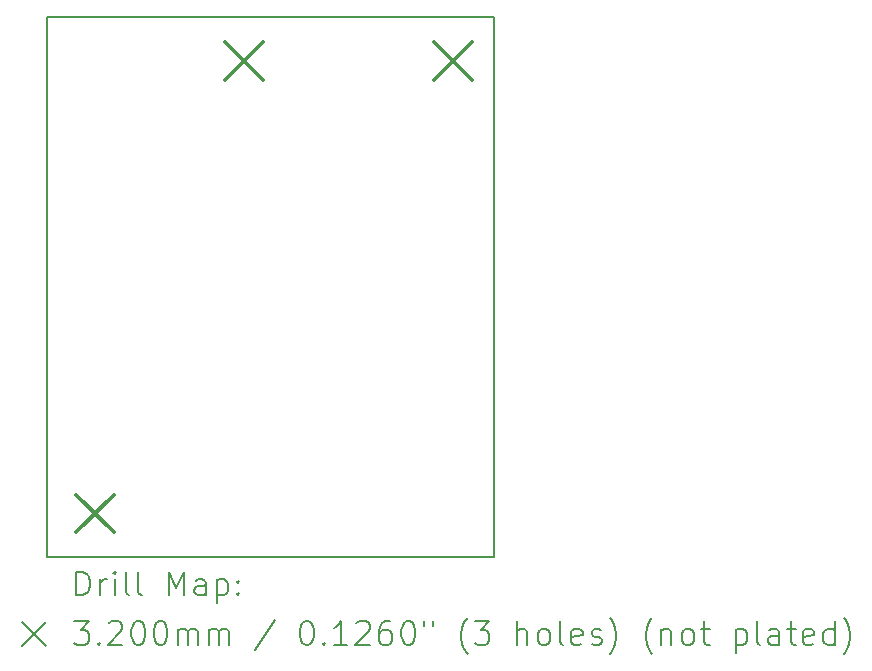
<source format=gbr>
%TF.GenerationSoftware,KiCad,Pcbnew,7.0.10*%
%TF.CreationDate,2024-11-08T18:31:09-05:00*%
%TF.ProjectId,Novel Mechanism 2 Board,4e6f7665-6c20-44d6-9563-68616e69736d,rev?*%
%TF.SameCoordinates,Original*%
%TF.FileFunction,Drillmap*%
%TF.FilePolarity,Positive*%
%FSLAX45Y45*%
G04 Gerber Fmt 4.5, Leading zero omitted, Abs format (unit mm)*
G04 Created by KiCad (PCBNEW 7.0.10) date 2024-11-08 18:31:09*
%MOMM*%
%LPD*%
G01*
G04 APERTURE LIST*
%ADD10C,0.200000*%
%ADD11C,0.320000*%
G04 APERTURE END LIST*
D10*
X11895000Y-4490000D02*
X15685000Y-4490000D01*
X15685000Y-9065000D01*
X11895000Y-9065000D01*
X11895000Y-4490000D01*
D11*
X12145000Y-8535000D02*
X12465000Y-8855000D01*
X12465000Y-8535000D02*
X12145000Y-8855000D01*
X13405000Y-4705000D02*
X13725000Y-5025000D01*
X13725000Y-4705000D02*
X13405000Y-5025000D01*
X15175000Y-4705000D02*
X15495000Y-5025000D01*
X15495000Y-4705000D02*
X15175000Y-5025000D01*
D10*
X12145777Y-9386484D02*
X12145777Y-9186484D01*
X12145777Y-9186484D02*
X12193396Y-9186484D01*
X12193396Y-9186484D02*
X12221967Y-9196008D01*
X12221967Y-9196008D02*
X12241015Y-9215055D01*
X12241015Y-9215055D02*
X12250539Y-9234103D01*
X12250539Y-9234103D02*
X12260062Y-9272198D01*
X12260062Y-9272198D02*
X12260062Y-9300770D01*
X12260062Y-9300770D02*
X12250539Y-9338865D01*
X12250539Y-9338865D02*
X12241015Y-9357912D01*
X12241015Y-9357912D02*
X12221967Y-9376960D01*
X12221967Y-9376960D02*
X12193396Y-9386484D01*
X12193396Y-9386484D02*
X12145777Y-9386484D01*
X12345777Y-9386484D02*
X12345777Y-9253150D01*
X12345777Y-9291246D02*
X12355301Y-9272198D01*
X12355301Y-9272198D02*
X12364824Y-9262674D01*
X12364824Y-9262674D02*
X12383872Y-9253150D01*
X12383872Y-9253150D02*
X12402920Y-9253150D01*
X12469586Y-9386484D02*
X12469586Y-9253150D01*
X12469586Y-9186484D02*
X12460062Y-9196008D01*
X12460062Y-9196008D02*
X12469586Y-9205531D01*
X12469586Y-9205531D02*
X12479110Y-9196008D01*
X12479110Y-9196008D02*
X12469586Y-9186484D01*
X12469586Y-9186484D02*
X12469586Y-9205531D01*
X12593396Y-9386484D02*
X12574348Y-9376960D01*
X12574348Y-9376960D02*
X12564824Y-9357912D01*
X12564824Y-9357912D02*
X12564824Y-9186484D01*
X12698158Y-9386484D02*
X12679110Y-9376960D01*
X12679110Y-9376960D02*
X12669586Y-9357912D01*
X12669586Y-9357912D02*
X12669586Y-9186484D01*
X12926729Y-9386484D02*
X12926729Y-9186484D01*
X12926729Y-9186484D02*
X12993396Y-9329341D01*
X12993396Y-9329341D02*
X13060062Y-9186484D01*
X13060062Y-9186484D02*
X13060062Y-9386484D01*
X13241015Y-9386484D02*
X13241015Y-9281722D01*
X13241015Y-9281722D02*
X13231491Y-9262674D01*
X13231491Y-9262674D02*
X13212443Y-9253150D01*
X13212443Y-9253150D02*
X13174348Y-9253150D01*
X13174348Y-9253150D02*
X13155301Y-9262674D01*
X13241015Y-9376960D02*
X13221967Y-9386484D01*
X13221967Y-9386484D02*
X13174348Y-9386484D01*
X13174348Y-9386484D02*
X13155301Y-9376960D01*
X13155301Y-9376960D02*
X13145777Y-9357912D01*
X13145777Y-9357912D02*
X13145777Y-9338865D01*
X13145777Y-9338865D02*
X13155301Y-9319817D01*
X13155301Y-9319817D02*
X13174348Y-9310293D01*
X13174348Y-9310293D02*
X13221967Y-9310293D01*
X13221967Y-9310293D02*
X13241015Y-9300770D01*
X13336253Y-9253150D02*
X13336253Y-9453150D01*
X13336253Y-9262674D02*
X13355301Y-9253150D01*
X13355301Y-9253150D02*
X13393396Y-9253150D01*
X13393396Y-9253150D02*
X13412443Y-9262674D01*
X13412443Y-9262674D02*
X13421967Y-9272198D01*
X13421967Y-9272198D02*
X13431491Y-9291246D01*
X13431491Y-9291246D02*
X13431491Y-9348389D01*
X13431491Y-9348389D02*
X13421967Y-9367436D01*
X13421967Y-9367436D02*
X13412443Y-9376960D01*
X13412443Y-9376960D02*
X13393396Y-9386484D01*
X13393396Y-9386484D02*
X13355301Y-9386484D01*
X13355301Y-9386484D02*
X13336253Y-9376960D01*
X13517205Y-9367436D02*
X13526729Y-9376960D01*
X13526729Y-9376960D02*
X13517205Y-9386484D01*
X13517205Y-9386484D02*
X13507682Y-9376960D01*
X13507682Y-9376960D02*
X13517205Y-9367436D01*
X13517205Y-9367436D02*
X13517205Y-9386484D01*
X13517205Y-9262674D02*
X13526729Y-9272198D01*
X13526729Y-9272198D02*
X13517205Y-9281722D01*
X13517205Y-9281722D02*
X13507682Y-9272198D01*
X13507682Y-9272198D02*
X13517205Y-9262674D01*
X13517205Y-9262674D02*
X13517205Y-9281722D01*
X11685000Y-9615000D02*
X11885000Y-9815000D01*
X11885000Y-9615000D02*
X11685000Y-9815000D01*
X12126729Y-9606484D02*
X12250539Y-9606484D01*
X12250539Y-9606484D02*
X12183872Y-9682674D01*
X12183872Y-9682674D02*
X12212443Y-9682674D01*
X12212443Y-9682674D02*
X12231491Y-9692198D01*
X12231491Y-9692198D02*
X12241015Y-9701722D01*
X12241015Y-9701722D02*
X12250539Y-9720770D01*
X12250539Y-9720770D02*
X12250539Y-9768389D01*
X12250539Y-9768389D02*
X12241015Y-9787436D01*
X12241015Y-9787436D02*
X12231491Y-9796960D01*
X12231491Y-9796960D02*
X12212443Y-9806484D01*
X12212443Y-9806484D02*
X12155301Y-9806484D01*
X12155301Y-9806484D02*
X12136253Y-9796960D01*
X12136253Y-9796960D02*
X12126729Y-9787436D01*
X12336253Y-9787436D02*
X12345777Y-9796960D01*
X12345777Y-9796960D02*
X12336253Y-9806484D01*
X12336253Y-9806484D02*
X12326729Y-9796960D01*
X12326729Y-9796960D02*
X12336253Y-9787436D01*
X12336253Y-9787436D02*
X12336253Y-9806484D01*
X12421967Y-9625531D02*
X12431491Y-9616008D01*
X12431491Y-9616008D02*
X12450539Y-9606484D01*
X12450539Y-9606484D02*
X12498158Y-9606484D01*
X12498158Y-9606484D02*
X12517205Y-9616008D01*
X12517205Y-9616008D02*
X12526729Y-9625531D01*
X12526729Y-9625531D02*
X12536253Y-9644579D01*
X12536253Y-9644579D02*
X12536253Y-9663627D01*
X12536253Y-9663627D02*
X12526729Y-9692198D01*
X12526729Y-9692198D02*
X12412443Y-9806484D01*
X12412443Y-9806484D02*
X12536253Y-9806484D01*
X12660062Y-9606484D02*
X12679110Y-9606484D01*
X12679110Y-9606484D02*
X12698158Y-9616008D01*
X12698158Y-9616008D02*
X12707682Y-9625531D01*
X12707682Y-9625531D02*
X12717205Y-9644579D01*
X12717205Y-9644579D02*
X12726729Y-9682674D01*
X12726729Y-9682674D02*
X12726729Y-9730293D01*
X12726729Y-9730293D02*
X12717205Y-9768389D01*
X12717205Y-9768389D02*
X12707682Y-9787436D01*
X12707682Y-9787436D02*
X12698158Y-9796960D01*
X12698158Y-9796960D02*
X12679110Y-9806484D01*
X12679110Y-9806484D02*
X12660062Y-9806484D01*
X12660062Y-9806484D02*
X12641015Y-9796960D01*
X12641015Y-9796960D02*
X12631491Y-9787436D01*
X12631491Y-9787436D02*
X12621967Y-9768389D01*
X12621967Y-9768389D02*
X12612443Y-9730293D01*
X12612443Y-9730293D02*
X12612443Y-9682674D01*
X12612443Y-9682674D02*
X12621967Y-9644579D01*
X12621967Y-9644579D02*
X12631491Y-9625531D01*
X12631491Y-9625531D02*
X12641015Y-9616008D01*
X12641015Y-9616008D02*
X12660062Y-9606484D01*
X12850539Y-9606484D02*
X12869586Y-9606484D01*
X12869586Y-9606484D02*
X12888634Y-9616008D01*
X12888634Y-9616008D02*
X12898158Y-9625531D01*
X12898158Y-9625531D02*
X12907682Y-9644579D01*
X12907682Y-9644579D02*
X12917205Y-9682674D01*
X12917205Y-9682674D02*
X12917205Y-9730293D01*
X12917205Y-9730293D02*
X12907682Y-9768389D01*
X12907682Y-9768389D02*
X12898158Y-9787436D01*
X12898158Y-9787436D02*
X12888634Y-9796960D01*
X12888634Y-9796960D02*
X12869586Y-9806484D01*
X12869586Y-9806484D02*
X12850539Y-9806484D01*
X12850539Y-9806484D02*
X12831491Y-9796960D01*
X12831491Y-9796960D02*
X12821967Y-9787436D01*
X12821967Y-9787436D02*
X12812443Y-9768389D01*
X12812443Y-9768389D02*
X12802920Y-9730293D01*
X12802920Y-9730293D02*
X12802920Y-9682674D01*
X12802920Y-9682674D02*
X12812443Y-9644579D01*
X12812443Y-9644579D02*
X12821967Y-9625531D01*
X12821967Y-9625531D02*
X12831491Y-9616008D01*
X12831491Y-9616008D02*
X12850539Y-9606484D01*
X13002920Y-9806484D02*
X13002920Y-9673150D01*
X13002920Y-9692198D02*
X13012443Y-9682674D01*
X13012443Y-9682674D02*
X13031491Y-9673150D01*
X13031491Y-9673150D02*
X13060063Y-9673150D01*
X13060063Y-9673150D02*
X13079110Y-9682674D01*
X13079110Y-9682674D02*
X13088634Y-9701722D01*
X13088634Y-9701722D02*
X13088634Y-9806484D01*
X13088634Y-9701722D02*
X13098158Y-9682674D01*
X13098158Y-9682674D02*
X13117205Y-9673150D01*
X13117205Y-9673150D02*
X13145777Y-9673150D01*
X13145777Y-9673150D02*
X13164824Y-9682674D01*
X13164824Y-9682674D02*
X13174348Y-9701722D01*
X13174348Y-9701722D02*
X13174348Y-9806484D01*
X13269586Y-9806484D02*
X13269586Y-9673150D01*
X13269586Y-9692198D02*
X13279110Y-9682674D01*
X13279110Y-9682674D02*
X13298158Y-9673150D01*
X13298158Y-9673150D02*
X13326729Y-9673150D01*
X13326729Y-9673150D02*
X13345777Y-9682674D01*
X13345777Y-9682674D02*
X13355301Y-9701722D01*
X13355301Y-9701722D02*
X13355301Y-9806484D01*
X13355301Y-9701722D02*
X13364824Y-9682674D01*
X13364824Y-9682674D02*
X13383872Y-9673150D01*
X13383872Y-9673150D02*
X13412443Y-9673150D01*
X13412443Y-9673150D02*
X13431491Y-9682674D01*
X13431491Y-9682674D02*
X13441015Y-9701722D01*
X13441015Y-9701722D02*
X13441015Y-9806484D01*
X13831491Y-9596960D02*
X13660063Y-9854103D01*
X14088634Y-9606484D02*
X14107682Y-9606484D01*
X14107682Y-9606484D02*
X14126729Y-9616008D01*
X14126729Y-9616008D02*
X14136253Y-9625531D01*
X14136253Y-9625531D02*
X14145777Y-9644579D01*
X14145777Y-9644579D02*
X14155301Y-9682674D01*
X14155301Y-9682674D02*
X14155301Y-9730293D01*
X14155301Y-9730293D02*
X14145777Y-9768389D01*
X14145777Y-9768389D02*
X14136253Y-9787436D01*
X14136253Y-9787436D02*
X14126729Y-9796960D01*
X14126729Y-9796960D02*
X14107682Y-9806484D01*
X14107682Y-9806484D02*
X14088634Y-9806484D01*
X14088634Y-9806484D02*
X14069586Y-9796960D01*
X14069586Y-9796960D02*
X14060063Y-9787436D01*
X14060063Y-9787436D02*
X14050539Y-9768389D01*
X14050539Y-9768389D02*
X14041015Y-9730293D01*
X14041015Y-9730293D02*
X14041015Y-9682674D01*
X14041015Y-9682674D02*
X14050539Y-9644579D01*
X14050539Y-9644579D02*
X14060063Y-9625531D01*
X14060063Y-9625531D02*
X14069586Y-9616008D01*
X14069586Y-9616008D02*
X14088634Y-9606484D01*
X14241015Y-9787436D02*
X14250539Y-9796960D01*
X14250539Y-9796960D02*
X14241015Y-9806484D01*
X14241015Y-9806484D02*
X14231491Y-9796960D01*
X14231491Y-9796960D02*
X14241015Y-9787436D01*
X14241015Y-9787436D02*
X14241015Y-9806484D01*
X14441015Y-9806484D02*
X14326729Y-9806484D01*
X14383872Y-9806484D02*
X14383872Y-9606484D01*
X14383872Y-9606484D02*
X14364825Y-9635055D01*
X14364825Y-9635055D02*
X14345777Y-9654103D01*
X14345777Y-9654103D02*
X14326729Y-9663627D01*
X14517206Y-9625531D02*
X14526729Y-9616008D01*
X14526729Y-9616008D02*
X14545777Y-9606484D01*
X14545777Y-9606484D02*
X14593396Y-9606484D01*
X14593396Y-9606484D02*
X14612444Y-9616008D01*
X14612444Y-9616008D02*
X14621967Y-9625531D01*
X14621967Y-9625531D02*
X14631491Y-9644579D01*
X14631491Y-9644579D02*
X14631491Y-9663627D01*
X14631491Y-9663627D02*
X14621967Y-9692198D01*
X14621967Y-9692198D02*
X14507682Y-9806484D01*
X14507682Y-9806484D02*
X14631491Y-9806484D01*
X14802920Y-9606484D02*
X14764825Y-9606484D01*
X14764825Y-9606484D02*
X14745777Y-9616008D01*
X14745777Y-9616008D02*
X14736253Y-9625531D01*
X14736253Y-9625531D02*
X14717206Y-9654103D01*
X14717206Y-9654103D02*
X14707682Y-9692198D01*
X14707682Y-9692198D02*
X14707682Y-9768389D01*
X14707682Y-9768389D02*
X14717206Y-9787436D01*
X14717206Y-9787436D02*
X14726729Y-9796960D01*
X14726729Y-9796960D02*
X14745777Y-9806484D01*
X14745777Y-9806484D02*
X14783872Y-9806484D01*
X14783872Y-9806484D02*
X14802920Y-9796960D01*
X14802920Y-9796960D02*
X14812444Y-9787436D01*
X14812444Y-9787436D02*
X14821967Y-9768389D01*
X14821967Y-9768389D02*
X14821967Y-9720770D01*
X14821967Y-9720770D02*
X14812444Y-9701722D01*
X14812444Y-9701722D02*
X14802920Y-9692198D01*
X14802920Y-9692198D02*
X14783872Y-9682674D01*
X14783872Y-9682674D02*
X14745777Y-9682674D01*
X14745777Y-9682674D02*
X14726729Y-9692198D01*
X14726729Y-9692198D02*
X14717206Y-9701722D01*
X14717206Y-9701722D02*
X14707682Y-9720770D01*
X14945777Y-9606484D02*
X14964825Y-9606484D01*
X14964825Y-9606484D02*
X14983872Y-9616008D01*
X14983872Y-9616008D02*
X14993396Y-9625531D01*
X14993396Y-9625531D02*
X15002920Y-9644579D01*
X15002920Y-9644579D02*
X15012444Y-9682674D01*
X15012444Y-9682674D02*
X15012444Y-9730293D01*
X15012444Y-9730293D02*
X15002920Y-9768389D01*
X15002920Y-9768389D02*
X14993396Y-9787436D01*
X14993396Y-9787436D02*
X14983872Y-9796960D01*
X14983872Y-9796960D02*
X14964825Y-9806484D01*
X14964825Y-9806484D02*
X14945777Y-9806484D01*
X14945777Y-9806484D02*
X14926729Y-9796960D01*
X14926729Y-9796960D02*
X14917206Y-9787436D01*
X14917206Y-9787436D02*
X14907682Y-9768389D01*
X14907682Y-9768389D02*
X14898158Y-9730293D01*
X14898158Y-9730293D02*
X14898158Y-9682674D01*
X14898158Y-9682674D02*
X14907682Y-9644579D01*
X14907682Y-9644579D02*
X14917206Y-9625531D01*
X14917206Y-9625531D02*
X14926729Y-9616008D01*
X14926729Y-9616008D02*
X14945777Y-9606484D01*
X15088634Y-9606484D02*
X15088634Y-9644579D01*
X15164825Y-9606484D02*
X15164825Y-9644579D01*
X15460063Y-9882674D02*
X15450539Y-9873150D01*
X15450539Y-9873150D02*
X15431491Y-9844579D01*
X15431491Y-9844579D02*
X15421968Y-9825531D01*
X15421968Y-9825531D02*
X15412444Y-9796960D01*
X15412444Y-9796960D02*
X15402920Y-9749341D01*
X15402920Y-9749341D02*
X15402920Y-9711246D01*
X15402920Y-9711246D02*
X15412444Y-9663627D01*
X15412444Y-9663627D02*
X15421968Y-9635055D01*
X15421968Y-9635055D02*
X15431491Y-9616008D01*
X15431491Y-9616008D02*
X15450539Y-9587436D01*
X15450539Y-9587436D02*
X15460063Y-9577912D01*
X15517206Y-9606484D02*
X15641015Y-9606484D01*
X15641015Y-9606484D02*
X15574348Y-9682674D01*
X15574348Y-9682674D02*
X15602920Y-9682674D01*
X15602920Y-9682674D02*
X15621968Y-9692198D01*
X15621968Y-9692198D02*
X15631491Y-9701722D01*
X15631491Y-9701722D02*
X15641015Y-9720770D01*
X15641015Y-9720770D02*
X15641015Y-9768389D01*
X15641015Y-9768389D02*
X15631491Y-9787436D01*
X15631491Y-9787436D02*
X15621968Y-9796960D01*
X15621968Y-9796960D02*
X15602920Y-9806484D01*
X15602920Y-9806484D02*
X15545777Y-9806484D01*
X15545777Y-9806484D02*
X15526729Y-9796960D01*
X15526729Y-9796960D02*
X15517206Y-9787436D01*
X15879110Y-9806484D02*
X15879110Y-9606484D01*
X15964825Y-9806484D02*
X15964825Y-9701722D01*
X15964825Y-9701722D02*
X15955301Y-9682674D01*
X15955301Y-9682674D02*
X15936253Y-9673150D01*
X15936253Y-9673150D02*
X15907682Y-9673150D01*
X15907682Y-9673150D02*
X15888634Y-9682674D01*
X15888634Y-9682674D02*
X15879110Y-9692198D01*
X16088634Y-9806484D02*
X16069587Y-9796960D01*
X16069587Y-9796960D02*
X16060063Y-9787436D01*
X16060063Y-9787436D02*
X16050539Y-9768389D01*
X16050539Y-9768389D02*
X16050539Y-9711246D01*
X16050539Y-9711246D02*
X16060063Y-9692198D01*
X16060063Y-9692198D02*
X16069587Y-9682674D01*
X16069587Y-9682674D02*
X16088634Y-9673150D01*
X16088634Y-9673150D02*
X16117206Y-9673150D01*
X16117206Y-9673150D02*
X16136253Y-9682674D01*
X16136253Y-9682674D02*
X16145777Y-9692198D01*
X16145777Y-9692198D02*
X16155301Y-9711246D01*
X16155301Y-9711246D02*
X16155301Y-9768389D01*
X16155301Y-9768389D02*
X16145777Y-9787436D01*
X16145777Y-9787436D02*
X16136253Y-9796960D01*
X16136253Y-9796960D02*
X16117206Y-9806484D01*
X16117206Y-9806484D02*
X16088634Y-9806484D01*
X16269587Y-9806484D02*
X16250539Y-9796960D01*
X16250539Y-9796960D02*
X16241015Y-9777912D01*
X16241015Y-9777912D02*
X16241015Y-9606484D01*
X16421968Y-9796960D02*
X16402920Y-9806484D01*
X16402920Y-9806484D02*
X16364825Y-9806484D01*
X16364825Y-9806484D02*
X16345777Y-9796960D01*
X16345777Y-9796960D02*
X16336253Y-9777912D01*
X16336253Y-9777912D02*
X16336253Y-9701722D01*
X16336253Y-9701722D02*
X16345777Y-9682674D01*
X16345777Y-9682674D02*
X16364825Y-9673150D01*
X16364825Y-9673150D02*
X16402920Y-9673150D01*
X16402920Y-9673150D02*
X16421968Y-9682674D01*
X16421968Y-9682674D02*
X16431491Y-9701722D01*
X16431491Y-9701722D02*
X16431491Y-9720770D01*
X16431491Y-9720770D02*
X16336253Y-9739817D01*
X16507682Y-9796960D02*
X16526730Y-9806484D01*
X16526730Y-9806484D02*
X16564825Y-9806484D01*
X16564825Y-9806484D02*
X16583872Y-9796960D01*
X16583872Y-9796960D02*
X16593396Y-9777912D01*
X16593396Y-9777912D02*
X16593396Y-9768389D01*
X16593396Y-9768389D02*
X16583872Y-9749341D01*
X16583872Y-9749341D02*
X16564825Y-9739817D01*
X16564825Y-9739817D02*
X16536253Y-9739817D01*
X16536253Y-9739817D02*
X16517206Y-9730293D01*
X16517206Y-9730293D02*
X16507682Y-9711246D01*
X16507682Y-9711246D02*
X16507682Y-9701722D01*
X16507682Y-9701722D02*
X16517206Y-9682674D01*
X16517206Y-9682674D02*
X16536253Y-9673150D01*
X16536253Y-9673150D02*
X16564825Y-9673150D01*
X16564825Y-9673150D02*
X16583872Y-9682674D01*
X16660063Y-9882674D02*
X16669587Y-9873150D01*
X16669587Y-9873150D02*
X16688634Y-9844579D01*
X16688634Y-9844579D02*
X16698158Y-9825531D01*
X16698158Y-9825531D02*
X16707682Y-9796960D01*
X16707682Y-9796960D02*
X16717206Y-9749341D01*
X16717206Y-9749341D02*
X16717206Y-9711246D01*
X16717206Y-9711246D02*
X16707682Y-9663627D01*
X16707682Y-9663627D02*
X16698158Y-9635055D01*
X16698158Y-9635055D02*
X16688634Y-9616008D01*
X16688634Y-9616008D02*
X16669587Y-9587436D01*
X16669587Y-9587436D02*
X16660063Y-9577912D01*
X17021968Y-9882674D02*
X17012444Y-9873150D01*
X17012444Y-9873150D02*
X16993396Y-9844579D01*
X16993396Y-9844579D02*
X16983873Y-9825531D01*
X16983873Y-9825531D02*
X16974349Y-9796960D01*
X16974349Y-9796960D02*
X16964825Y-9749341D01*
X16964825Y-9749341D02*
X16964825Y-9711246D01*
X16964825Y-9711246D02*
X16974349Y-9663627D01*
X16974349Y-9663627D02*
X16983873Y-9635055D01*
X16983873Y-9635055D02*
X16993396Y-9616008D01*
X16993396Y-9616008D02*
X17012444Y-9587436D01*
X17012444Y-9587436D02*
X17021968Y-9577912D01*
X17098158Y-9673150D02*
X17098158Y-9806484D01*
X17098158Y-9692198D02*
X17107682Y-9682674D01*
X17107682Y-9682674D02*
X17126730Y-9673150D01*
X17126730Y-9673150D02*
X17155301Y-9673150D01*
X17155301Y-9673150D02*
X17174349Y-9682674D01*
X17174349Y-9682674D02*
X17183873Y-9701722D01*
X17183873Y-9701722D02*
X17183873Y-9806484D01*
X17307682Y-9806484D02*
X17288634Y-9796960D01*
X17288634Y-9796960D02*
X17279111Y-9787436D01*
X17279111Y-9787436D02*
X17269587Y-9768389D01*
X17269587Y-9768389D02*
X17269587Y-9711246D01*
X17269587Y-9711246D02*
X17279111Y-9692198D01*
X17279111Y-9692198D02*
X17288634Y-9682674D01*
X17288634Y-9682674D02*
X17307682Y-9673150D01*
X17307682Y-9673150D02*
X17336254Y-9673150D01*
X17336254Y-9673150D02*
X17355301Y-9682674D01*
X17355301Y-9682674D02*
X17364825Y-9692198D01*
X17364825Y-9692198D02*
X17374349Y-9711246D01*
X17374349Y-9711246D02*
X17374349Y-9768389D01*
X17374349Y-9768389D02*
X17364825Y-9787436D01*
X17364825Y-9787436D02*
X17355301Y-9796960D01*
X17355301Y-9796960D02*
X17336254Y-9806484D01*
X17336254Y-9806484D02*
X17307682Y-9806484D01*
X17431492Y-9673150D02*
X17507682Y-9673150D01*
X17460063Y-9606484D02*
X17460063Y-9777912D01*
X17460063Y-9777912D02*
X17469587Y-9796960D01*
X17469587Y-9796960D02*
X17488634Y-9806484D01*
X17488634Y-9806484D02*
X17507682Y-9806484D01*
X17726730Y-9673150D02*
X17726730Y-9873150D01*
X17726730Y-9682674D02*
X17745777Y-9673150D01*
X17745777Y-9673150D02*
X17783873Y-9673150D01*
X17783873Y-9673150D02*
X17802920Y-9682674D01*
X17802920Y-9682674D02*
X17812444Y-9692198D01*
X17812444Y-9692198D02*
X17821968Y-9711246D01*
X17821968Y-9711246D02*
X17821968Y-9768389D01*
X17821968Y-9768389D02*
X17812444Y-9787436D01*
X17812444Y-9787436D02*
X17802920Y-9796960D01*
X17802920Y-9796960D02*
X17783873Y-9806484D01*
X17783873Y-9806484D02*
X17745777Y-9806484D01*
X17745777Y-9806484D02*
X17726730Y-9796960D01*
X17936254Y-9806484D02*
X17917206Y-9796960D01*
X17917206Y-9796960D02*
X17907682Y-9777912D01*
X17907682Y-9777912D02*
X17907682Y-9606484D01*
X18098158Y-9806484D02*
X18098158Y-9701722D01*
X18098158Y-9701722D02*
X18088635Y-9682674D01*
X18088635Y-9682674D02*
X18069587Y-9673150D01*
X18069587Y-9673150D02*
X18031492Y-9673150D01*
X18031492Y-9673150D02*
X18012444Y-9682674D01*
X18098158Y-9796960D02*
X18079111Y-9806484D01*
X18079111Y-9806484D02*
X18031492Y-9806484D01*
X18031492Y-9806484D02*
X18012444Y-9796960D01*
X18012444Y-9796960D02*
X18002920Y-9777912D01*
X18002920Y-9777912D02*
X18002920Y-9758865D01*
X18002920Y-9758865D02*
X18012444Y-9739817D01*
X18012444Y-9739817D02*
X18031492Y-9730293D01*
X18031492Y-9730293D02*
X18079111Y-9730293D01*
X18079111Y-9730293D02*
X18098158Y-9720770D01*
X18164825Y-9673150D02*
X18241015Y-9673150D01*
X18193396Y-9606484D02*
X18193396Y-9777912D01*
X18193396Y-9777912D02*
X18202920Y-9796960D01*
X18202920Y-9796960D02*
X18221968Y-9806484D01*
X18221968Y-9806484D02*
X18241015Y-9806484D01*
X18383873Y-9796960D02*
X18364825Y-9806484D01*
X18364825Y-9806484D02*
X18326730Y-9806484D01*
X18326730Y-9806484D02*
X18307682Y-9796960D01*
X18307682Y-9796960D02*
X18298158Y-9777912D01*
X18298158Y-9777912D02*
X18298158Y-9701722D01*
X18298158Y-9701722D02*
X18307682Y-9682674D01*
X18307682Y-9682674D02*
X18326730Y-9673150D01*
X18326730Y-9673150D02*
X18364825Y-9673150D01*
X18364825Y-9673150D02*
X18383873Y-9682674D01*
X18383873Y-9682674D02*
X18393396Y-9701722D01*
X18393396Y-9701722D02*
X18393396Y-9720770D01*
X18393396Y-9720770D02*
X18298158Y-9739817D01*
X18564825Y-9806484D02*
X18564825Y-9606484D01*
X18564825Y-9796960D02*
X18545777Y-9806484D01*
X18545777Y-9806484D02*
X18507682Y-9806484D01*
X18507682Y-9806484D02*
X18488635Y-9796960D01*
X18488635Y-9796960D02*
X18479111Y-9787436D01*
X18479111Y-9787436D02*
X18469587Y-9768389D01*
X18469587Y-9768389D02*
X18469587Y-9711246D01*
X18469587Y-9711246D02*
X18479111Y-9692198D01*
X18479111Y-9692198D02*
X18488635Y-9682674D01*
X18488635Y-9682674D02*
X18507682Y-9673150D01*
X18507682Y-9673150D02*
X18545777Y-9673150D01*
X18545777Y-9673150D02*
X18564825Y-9682674D01*
X18641016Y-9882674D02*
X18650539Y-9873150D01*
X18650539Y-9873150D02*
X18669587Y-9844579D01*
X18669587Y-9844579D02*
X18679111Y-9825531D01*
X18679111Y-9825531D02*
X18688635Y-9796960D01*
X18688635Y-9796960D02*
X18698158Y-9749341D01*
X18698158Y-9749341D02*
X18698158Y-9711246D01*
X18698158Y-9711246D02*
X18688635Y-9663627D01*
X18688635Y-9663627D02*
X18679111Y-9635055D01*
X18679111Y-9635055D02*
X18669587Y-9616008D01*
X18669587Y-9616008D02*
X18650539Y-9587436D01*
X18650539Y-9587436D02*
X18641016Y-9577912D01*
M02*

</source>
